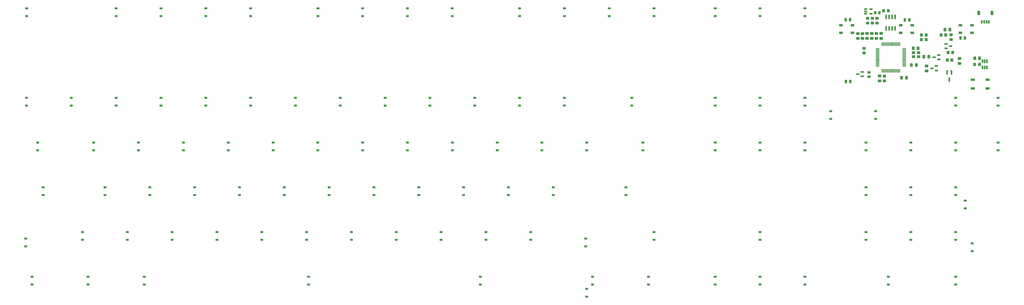
<source format=gbp>
%TF.GenerationSoftware,KiCad,Pcbnew,(6.99.0-5337-gc57e6db79a-dirty)*%
%TF.CreationDate,2023-02-22T22:32:12-05:00*%
%TF.ProjectId,at101w,61743130-3177-42e6-9b69-6361645f7063,rev?*%
%TF.SameCoordinates,Original*%
%TF.FileFunction,Paste,Bot*%
%TF.FilePolarity,Positive*%
%FSLAX46Y46*%
G04 Gerber Fmt 4.6, Leading zero omitted, Abs format (unit mm)*
G04 Created by KiCad (PCBNEW (6.99.0-5337-gc57e6db79a-dirty)) date 2023-02-22 22:32:12*
%MOMM*%
%LPD*%
G01*
G04 APERTURE LIST*
G04 Aperture macros list*
%AMRoundRect*
0 Rectangle with rounded corners*
0 $1 Rounding radius*
0 $2 $3 $4 $5 $6 $7 $8 $9 X,Y pos of 4 corners*
0 Add a 4 corners polygon primitive as box body*
4,1,4,$2,$3,$4,$5,$6,$7,$8,$9,$2,$3,0*
0 Add four circle primitives for the rounded corners*
1,1,$1+$1,$2,$3*
1,1,$1+$1,$4,$5*
1,1,$1+$1,$6,$7*
1,1,$1+$1,$8,$9*
0 Add four rect primitives between the rounded corners*
20,1,$1+$1,$2,$3,$4,$5,0*
20,1,$1+$1,$4,$5,$6,$7,0*
20,1,$1+$1,$6,$7,$8,$9,0*
20,1,$1+$1,$8,$9,$2,$3,0*%
G04 Aperture macros list end*
%ADD10R,1.800000X1.100000*%
%ADD11R,1.200000X0.900000*%
%ADD12RoundRect,0.250000X-0.325000X-0.450000X0.325000X-0.450000X0.325000X0.450000X-0.325000X0.450000X0*%
%ADD13RoundRect,0.150000X-0.587500X-0.150000X0.587500X-0.150000X0.587500X0.150000X-0.587500X0.150000X0*%
%ADD14RoundRect,0.250000X0.475000X-0.337500X0.475000X0.337500X-0.475000X0.337500X-0.475000X-0.337500X0*%
%ADD15RoundRect,0.250000X0.337500X0.475000X-0.337500X0.475000X-0.337500X-0.475000X0.337500X-0.475000X0*%
%ADD16RoundRect,0.250000X-0.350000X-0.450000X0.350000X-0.450000X0.350000X0.450000X-0.350000X0.450000X0*%
%ADD17R,1.400000X1.200000*%
%ADD18RoundRect,0.250000X0.350000X0.450000X-0.350000X0.450000X-0.350000X-0.450000X0.350000X-0.450000X0*%
%ADD19RoundRect,0.250000X-0.450000X0.350000X-0.450000X-0.350000X0.450000X-0.350000X0.450000X0.350000X0*%
%ADD20RoundRect,0.250000X0.450000X-0.350000X0.450000X0.350000X-0.450000X0.350000X-0.450000X-0.350000X0*%
%ADD21RoundRect,0.250000X-0.262500X-0.450000X0.262500X-0.450000X0.262500X0.450000X-0.262500X0.450000X0*%
%ADD22RoundRect,0.150000X0.587500X0.150000X-0.587500X0.150000X-0.587500X-0.150000X0.587500X-0.150000X0*%
%ADD23RoundRect,0.250000X0.250000X0.475000X-0.250000X0.475000X-0.250000X-0.475000X0.250000X-0.475000X0*%
%ADD24RoundRect,0.150000X-0.150000X0.825000X-0.150000X-0.825000X0.150000X-0.825000X0.150000X0.825000X0*%
%ADD25R,0.800000X1.900000*%
%ADD26R,1.500000X1.000000*%
%ADD27RoundRect,0.250000X-0.337500X-0.475000X0.337500X-0.475000X0.337500X0.475000X-0.337500X0.475000X0*%
%ADD28RoundRect,0.250000X-0.475000X0.337500X-0.475000X-0.337500X0.475000X-0.337500X0.475000X0.337500X0*%
%ADD29RoundRect,0.075000X0.700000X0.075000X-0.700000X0.075000X-0.700000X-0.075000X0.700000X-0.075000X0*%
%ADD30RoundRect,0.075000X0.075000X0.700000X-0.075000X0.700000X-0.075000X-0.700000X0.075000X-0.700000X0*%
%ADD31RoundRect,0.150000X-0.150000X-0.625000X0.150000X-0.625000X0.150000X0.625000X-0.150000X0.625000X0*%
%ADD32RoundRect,0.250000X-0.350000X-0.650000X0.350000X-0.650000X0.350000X0.650000X-0.350000X0.650000X0*%
%ADD33RoundRect,0.250000X-0.250000X-0.475000X0.250000X-0.475000X0.250000X0.475000X-0.250000X0.475000X0*%
%ADD34RoundRect,0.150000X-0.512500X-0.150000X0.512500X-0.150000X0.512500X0.150000X-0.512500X0.150000X0*%
%ADD35RoundRect,0.250000X-0.450000X0.262500X-0.450000X-0.262500X0.450000X-0.262500X0.450000X0.262500X0*%
%ADD36R,0.650000X1.560000*%
G04 APERTURE END LIST*
D10*
X434949999Y-44979999D03*
X428749999Y-44979999D03*
X434949999Y-48679999D03*
X428749999Y-48679999D03*
D11*
X26599999Y-17849999D03*
X26599999Y-14549999D03*
X64649999Y-17849999D03*
X64649999Y-14549999D03*
X83699999Y-17849999D03*
X83699999Y-14549999D03*
X102749999Y-17849999D03*
X102749999Y-14549999D03*
X121799999Y-17849999D03*
X121799999Y-14549999D03*
X150399999Y-17849999D03*
X150399999Y-14549999D03*
X169399999Y-17849999D03*
X169399999Y-14549999D03*
X188449999Y-17849999D03*
X188449999Y-14549999D03*
X207499999Y-17849999D03*
X207499999Y-14549999D03*
X236099999Y-17849999D03*
X236099999Y-14549999D03*
X255149999Y-17849999D03*
X255149999Y-14549999D03*
X274199999Y-17849999D03*
X274199999Y-14549999D03*
X293249999Y-17849999D03*
X293249999Y-14549999D03*
X319249999Y-17849999D03*
X319249999Y-14549999D03*
X338299999Y-17849999D03*
X338299999Y-14549999D03*
X357349999Y-17849999D03*
X357349999Y-14549999D03*
X26549999Y-55949999D03*
X26549999Y-52649999D03*
X45599999Y-55949999D03*
X45599999Y-52649999D03*
X64649999Y-55949999D03*
X64649999Y-52649999D03*
X83699999Y-55949999D03*
X83699999Y-52649999D03*
X102749999Y-55949999D03*
X102749999Y-52649999D03*
X121799999Y-55949999D03*
X121799999Y-52649999D03*
X140849999Y-55949999D03*
X140849999Y-52649999D03*
X159899999Y-55949999D03*
X159899999Y-52649999D03*
X178949999Y-55949999D03*
X178949999Y-52649999D03*
X197999999Y-55949999D03*
X197999999Y-52649999D03*
X217049999Y-55949999D03*
X217049999Y-52649999D03*
X236099999Y-55949999D03*
X236099999Y-52649999D03*
X255149999Y-55949999D03*
X255149999Y-52649999D03*
X283749999Y-55949999D03*
X283749999Y-52649999D03*
X319249999Y-55949999D03*
X319249999Y-52649999D03*
X338299999Y-55949999D03*
X338299999Y-52649999D03*
X357349999Y-55949999D03*
X357349999Y-52649999D03*
X368349999Y-58349999D03*
X368349999Y-61649999D03*
X387399999Y-58349999D03*
X387399999Y-61649999D03*
X421449999Y-55949999D03*
X421449999Y-52649999D03*
X439499999Y-55949999D03*
X439499999Y-52649999D03*
X31299999Y-74999999D03*
X31299999Y-71699999D03*
X55099999Y-74999999D03*
X55099999Y-71699999D03*
X74149999Y-74999999D03*
X74149999Y-71699999D03*
X93249999Y-74999999D03*
X93249999Y-71699999D03*
X112299999Y-74999999D03*
X112299999Y-71699999D03*
X131349999Y-74999999D03*
X131349999Y-71699999D03*
X150349999Y-74999999D03*
X150349999Y-71699999D03*
X169399999Y-74999999D03*
X169399999Y-71699999D03*
X188449999Y-74999999D03*
X188449999Y-71699999D03*
X207549999Y-74999999D03*
X207549999Y-71699999D03*
X226599999Y-74999999D03*
X226599999Y-71699999D03*
X245599999Y-74999999D03*
X245599999Y-71699999D03*
X264649999Y-74999999D03*
X264649999Y-71699999D03*
X288499999Y-74999999D03*
X288499999Y-71699999D03*
X319249999Y-74999999D03*
X319249999Y-71699999D03*
X338299999Y-74999999D03*
X338299999Y-71699999D03*
X357349999Y-74999999D03*
X357349999Y-71699999D03*
X383349999Y-74999999D03*
X383349999Y-71699999D03*
X402399999Y-74999999D03*
X402399999Y-71699999D03*
X421449999Y-74999999D03*
X421449999Y-71699999D03*
X439499999Y-74999999D03*
X439499999Y-71699999D03*
X33699999Y-94049999D03*
X33699999Y-90749999D03*
X59899999Y-94049999D03*
X59899999Y-90749999D03*
X78949999Y-94049999D03*
X78949999Y-90749999D03*
X97999999Y-94049999D03*
X97999999Y-90749999D03*
X117049999Y-94049999D03*
X117049999Y-90749999D03*
X136099999Y-94049999D03*
X136099999Y-90749999D03*
X155149999Y-94049999D03*
X155149999Y-90749999D03*
X174199999Y-94049999D03*
X174199999Y-90749999D03*
X193249999Y-94049999D03*
X193249999Y-90749999D03*
X212299999Y-94049999D03*
X212299999Y-90749999D03*
X231349999Y-94049999D03*
X231349999Y-90749999D03*
X250399999Y-94049999D03*
X250399999Y-90749999D03*
X281349999Y-94049999D03*
X281349999Y-90749999D03*
X383349999Y-94049999D03*
X383349999Y-90749999D03*
X402399999Y-94049999D03*
X402399999Y-90749999D03*
X421449999Y-94049999D03*
X421449999Y-90749999D03*
X425499999Y-96449999D03*
X425499999Y-99749999D03*
X26249999Y-115949999D03*
X26249999Y-112649999D03*
X69399999Y-113099999D03*
X69399999Y-109799999D03*
X88449999Y-113099999D03*
X88449999Y-109799999D03*
X107499999Y-113099999D03*
X107499999Y-109799999D03*
X126549999Y-113099999D03*
X126549999Y-109799999D03*
X145599999Y-113099999D03*
X145599999Y-109799999D03*
X164649999Y-113099999D03*
X164649999Y-109799999D03*
X183699999Y-113099999D03*
X183699999Y-109799999D03*
X202749999Y-113099999D03*
X202749999Y-109799999D03*
X221799999Y-113099999D03*
X221799999Y-109799999D03*
X240849999Y-113099999D03*
X240849999Y-109799999D03*
X264249999Y-115949999D03*
X264249999Y-112649999D03*
X293249999Y-113099999D03*
X293249999Y-109799999D03*
X338299999Y-113099999D03*
X338299999Y-109799999D03*
X383349999Y-113099999D03*
X383349999Y-109799999D03*
X402399999Y-113099999D03*
X402399999Y-109799999D03*
X421449999Y-113099999D03*
X421449999Y-109799999D03*
X428499999Y-114649999D03*
X428499999Y-117949999D03*
X28949999Y-132149999D03*
X28949999Y-128849999D03*
X52749999Y-132149999D03*
X52749999Y-128849999D03*
X76549999Y-132149999D03*
X76549999Y-128849999D03*
X146449999Y-132149999D03*
X146449999Y-128849999D03*
X219449999Y-132149999D03*
X219449999Y-128849999D03*
X264649999Y-134049999D03*
X264649999Y-137349999D03*
X267049999Y-132149999D03*
X267049999Y-128849999D03*
X290849999Y-132149999D03*
X290849999Y-128849999D03*
X319249999Y-132149999D03*
X319249999Y-128849999D03*
X338299999Y-132149999D03*
X338299999Y-128849999D03*
X357349999Y-132149999D03*
X357349999Y-128849999D03*
X392849999Y-132149999D03*
X392849999Y-128849999D03*
X421449999Y-132149999D03*
X421449999Y-128849999D03*
X50349999Y-113099999D03*
X50349999Y-109799999D03*
D12*
X429505000Y-38430000D03*
X431555000Y-38430000D03*
D13*
X417387500Y-31605000D03*
X417387500Y-29705000D03*
X419262500Y-30655000D03*
D14*
X387735000Y-27325000D03*
X387735000Y-25250000D03*
D15*
X418945000Y-23625000D03*
X416870000Y-23625000D03*
D16*
X418175000Y-33375000D03*
X420175000Y-33375000D03*
D17*
X403514999Y-33454999D03*
X405714999Y-33454999D03*
X405714999Y-35154999D03*
X403514999Y-35154999D03*
D18*
X408885000Y-27885000D03*
X406885000Y-27885000D03*
D19*
X382465000Y-31565000D03*
X382465000Y-33565000D03*
D20*
X391115000Y-45445000D03*
X391115000Y-43445000D03*
D18*
X392815000Y-15545000D03*
X390815000Y-15545000D03*
D21*
X387202500Y-16445000D03*
X389027500Y-16445000D03*
D22*
X414205000Y-34435000D03*
X414205000Y-36335000D03*
X412330000Y-35385000D03*
D14*
X389745000Y-27317500D03*
X389745000Y-25242500D03*
D23*
X401775000Y-19505000D03*
X399875000Y-19505000D03*
D14*
X385755000Y-27325000D03*
X385755000Y-25250000D03*
D19*
X386015000Y-18845000D03*
X386015000Y-20845000D03*
D24*
X391910000Y-18180000D03*
X393180000Y-18180000D03*
X394450000Y-18180000D03*
X395720000Y-18180000D03*
X395720000Y-23130000D03*
X394450000Y-23130000D03*
X393180000Y-23130000D03*
X391910000Y-23130000D03*
D20*
X419495000Y-27865000D03*
X419495000Y-25865000D03*
D18*
X419865000Y-36565000D03*
X417865000Y-36565000D03*
D14*
X381815000Y-27362500D03*
X381815000Y-25287500D03*
D25*
X417759999Y-41869999D03*
X419659999Y-41869999D03*
X418709999Y-44869999D03*
D26*
X402947812Y-21744999D03*
X402947812Y-24944999D03*
X398047812Y-24944999D03*
X398047812Y-21744999D03*
D27*
X429530000Y-35850000D03*
X431605000Y-35850000D03*
D14*
X379825000Y-27375000D03*
X379825000Y-25300000D03*
D18*
X417215000Y-25945000D03*
X415215000Y-25945000D03*
D27*
X402640000Y-38738750D03*
X404715000Y-38738750D03*
D26*
X428347812Y-21744999D03*
X428347812Y-24944999D03*
X423447812Y-24944999D03*
X423447812Y-21744999D03*
X377547799Y-21744999D03*
X377547799Y-24944999D03*
X372647799Y-24944999D03*
X372647799Y-21744999D03*
D19*
X384015000Y-18845000D03*
X384015000Y-20845000D03*
D23*
X376595000Y-19415000D03*
X374695000Y-19415000D03*
D28*
X423015000Y-35907500D03*
X423015000Y-37982500D03*
D22*
X413195000Y-39165000D03*
X413195000Y-41065000D03*
X411320000Y-40115000D03*
D27*
X398415000Y-44145000D03*
X400490000Y-44145000D03*
D14*
X409055000Y-41215000D03*
X409055000Y-39140000D03*
X383775000Y-27355000D03*
X383775000Y-25280000D03*
D29*
X399560000Y-31705000D03*
X399560000Y-32205000D03*
X399560000Y-32705000D03*
X399560000Y-33205000D03*
X399560000Y-33705000D03*
X399560000Y-34205000D03*
X399560000Y-34705000D03*
X399560000Y-35205000D03*
X399560000Y-35705000D03*
X399560000Y-36205000D03*
X399560000Y-36705000D03*
X399560000Y-37205000D03*
X399560000Y-37705000D03*
X399560000Y-38205000D03*
X399560000Y-38705000D03*
X399560000Y-39205000D03*
D30*
X397635000Y-41130000D03*
X397135000Y-41130000D03*
X396635000Y-41130000D03*
X396135000Y-41130000D03*
X395635000Y-41130000D03*
X395135000Y-41130000D03*
X394635000Y-41130000D03*
X394135000Y-41130000D03*
X393635000Y-41130000D03*
X393135000Y-41130000D03*
X392635000Y-41130000D03*
X392135000Y-41130000D03*
X391635000Y-41130000D03*
X391135000Y-41130000D03*
X390635000Y-41130000D03*
X390135000Y-41130000D03*
D29*
X388210000Y-39205000D03*
X388210000Y-38705000D03*
X388210000Y-38205000D03*
X388210000Y-37705000D03*
X388210000Y-37205000D03*
X388210000Y-36705000D03*
X388210000Y-36205000D03*
X388210000Y-35705000D03*
X388210000Y-35205000D03*
X388210000Y-34705000D03*
X388210000Y-34205000D03*
X388210000Y-33705000D03*
X388210000Y-33205000D03*
X388210000Y-32705000D03*
X388210000Y-32205000D03*
X388210000Y-31705000D03*
D30*
X390135000Y-29780000D03*
X390635000Y-29780000D03*
X391135000Y-29780000D03*
X391635000Y-29780000D03*
X392135000Y-29780000D03*
X392635000Y-29780000D03*
X393135000Y-29780000D03*
X393635000Y-29780000D03*
X394135000Y-29780000D03*
X394635000Y-29780000D03*
X395135000Y-29780000D03*
X395635000Y-29780000D03*
X396135000Y-29780000D03*
X396635000Y-29780000D03*
X397135000Y-29780000D03*
X397635000Y-29780000D03*
D31*
X432530000Y-20370000D03*
X433530000Y-20370000D03*
X434530000Y-20370000D03*
X435530000Y-20370000D03*
D32*
X431230000Y-16495000D03*
X436830000Y-16495000D03*
D33*
X423435000Y-27195000D03*
X425335000Y-27195000D03*
D27*
X407925000Y-35175000D03*
X410000000Y-35175000D03*
D34*
X383140000Y-16845000D03*
X383140000Y-15895000D03*
X383140000Y-14945000D03*
X385415000Y-14945000D03*
X385415000Y-16845000D03*
D35*
X384625000Y-41872500D03*
X384625000Y-43697500D03*
D22*
X381735000Y-41635000D03*
X381735000Y-43535000D03*
X379860000Y-42585000D03*
D36*
X432849999Y-37049999D03*
X433799999Y-37049999D03*
X434749999Y-37049999D03*
X434749999Y-39749999D03*
X433799999Y-39749999D03*
X432849999Y-39749999D03*
D18*
X408885000Y-25885000D03*
X406885000Y-25885000D03*
D19*
X388015000Y-18845000D03*
X388015000Y-20845000D03*
D27*
X403380000Y-31565000D03*
X405455000Y-31565000D03*
D33*
X374745000Y-45705000D03*
X376645000Y-45705000D03*
D28*
X389115000Y-43370000D03*
X389115000Y-45445000D03*
M02*

</source>
